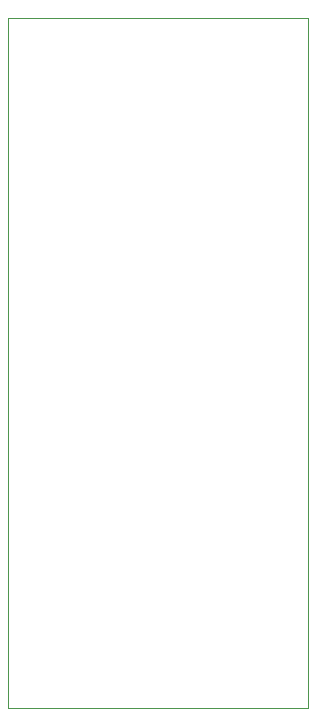
<source format=gbr>
%TF.GenerationSoftware,KiCad,Pcbnew,6.0.2+dfsg-1*%
%TF.CreationDate,2022-12-10T13:13:51-05:00*%
%TF.ProjectId,5v-8a-ps,35762d38-612d-4707-932e-6b696361645f,rev?*%
%TF.SameCoordinates,Original*%
%TF.FileFunction,Profile,NP*%
%FSLAX46Y46*%
G04 Gerber Fmt 4.6, Leading zero omitted, Abs format (unit mm)*
G04 Created by KiCad (PCBNEW 6.0.2+dfsg-1) date 2022-12-10 13:13:51*
%MOMM*%
%LPD*%
G01*
G04 APERTURE LIST*
%TA.AperFunction,Profile*%
%ADD10C,0.100000*%
%TD*%
G04 APERTURE END LIST*
D10*
X66040000Y-71120000D02*
X91440000Y-71120000D01*
X91440000Y-71120000D02*
X91440000Y-129540000D01*
X91440000Y-129540000D02*
X66040000Y-129540000D01*
X66040000Y-129540000D02*
X66040000Y-71120000D01*
M02*

</source>
